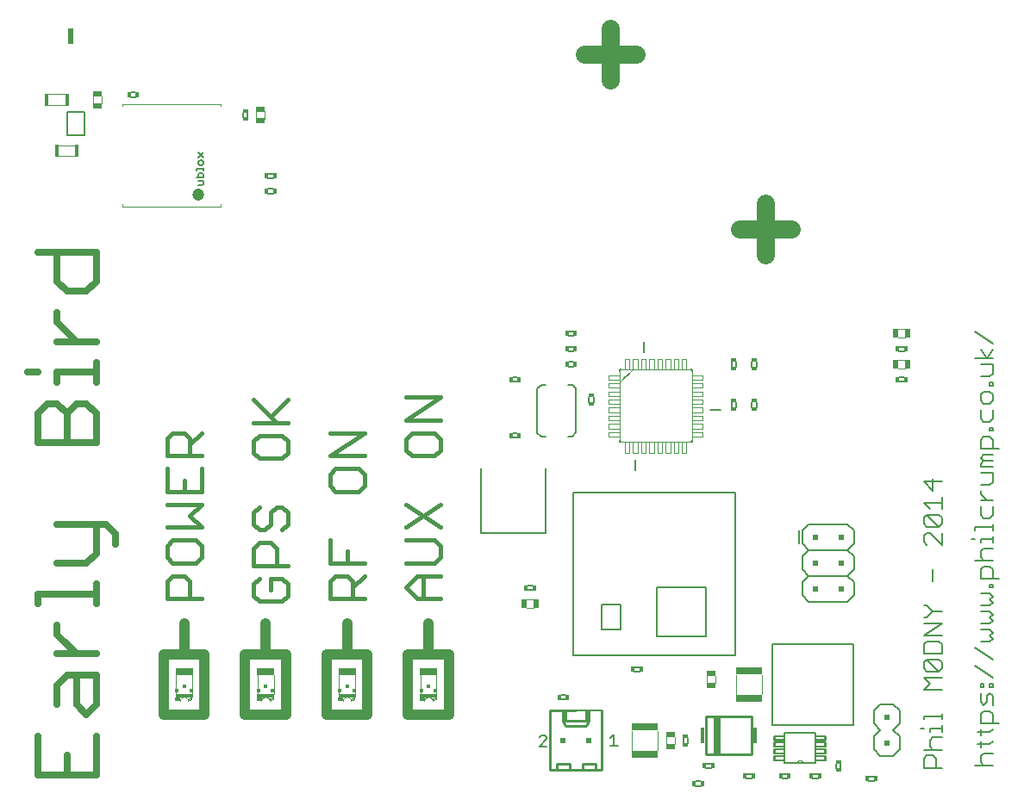
<source format=gto>
G75*
%MOIN*%
%OFA0B0*%
%FSLAX24Y24*%
%IPPOS*%
%LPD*%
%AMOC8*
5,1,8,0,0,1.08239X$1,22.5*
%
%ADD10C,0.0280*%
%ADD11C,0.0170*%
%ADD12C,0.0400*%
%ADD13C,0.0060*%
%ADD14C,0.0000*%
%ADD15R,0.0236X0.0591*%
%ADD16C,0.0080*%
%ADD17C,0.0039*%
%ADD18C,0.0050*%
%ADD19C,0.0472*%
%ADD20C,0.0040*%
%ADD21R,0.0197X0.0049*%
%ADD22R,0.0089X0.0128*%
%ADD23R,0.0049X0.0089*%
%ADD24R,0.0167X0.0049*%
%ADD25R,0.0197X0.0138*%
%ADD26R,0.0236X0.0049*%
%ADD27R,0.0669X0.0118*%
%ADD28R,0.0669X0.0276*%
%ADD29R,0.0128X0.0167*%
%ADD30R,0.0138X0.0138*%
%ADD31R,0.0236X0.0118*%
%ADD32R,0.0118X0.0236*%
%ADD33R,0.0118X0.0472*%
%ADD34R,0.0374X0.0197*%
%ADD35R,0.0197X0.0374*%
%ADD36R,0.1024X0.0295*%
%ADD37C,0.0100*%
%ADD38C,0.0070*%
%ADD39R,0.0200X0.0200*%
%ADD40C,0.0700*%
%ADD41R,0.0165X0.0640*%
%ADD42R,0.0165X0.0630*%
%ADD43R,0.0295X0.1378*%
%ADD44R,0.0295X0.0197*%
D10*
X001607Y001087D02*
X003869Y001087D01*
X003869Y002595D01*
X003492Y003425D02*
X003115Y003802D01*
X003115Y004933D01*
X002738Y004933D02*
X003869Y004933D01*
X003869Y003802D01*
X003492Y003425D01*
X002361Y003802D02*
X002361Y004556D01*
X002738Y004933D01*
X002361Y005764D02*
X003869Y005764D01*
X003115Y005764D02*
X002361Y006518D01*
X002361Y006895D01*
X001607Y007713D02*
X001607Y008090D01*
X003869Y008090D01*
X003869Y007713D02*
X003869Y008467D01*
X003492Y009272D02*
X003869Y009649D01*
X003869Y010780D01*
X004246Y010780D02*
X004623Y010403D01*
X004623Y010026D01*
X004246Y010780D02*
X002361Y010780D01*
X002361Y009272D02*
X003492Y009272D01*
X003869Y013950D02*
X001607Y013950D01*
X001607Y015081D01*
X001984Y015458D01*
X002361Y015458D01*
X002738Y015081D01*
X002738Y013950D01*
X002738Y015081D02*
X003115Y015458D01*
X003492Y015458D01*
X003869Y015081D01*
X003869Y013950D01*
X003869Y016289D02*
X003869Y017043D01*
X003869Y016666D02*
X002361Y016666D01*
X002361Y016289D01*
X001607Y016666D02*
X001230Y016666D01*
X002361Y017848D02*
X003869Y017848D01*
X003115Y017848D02*
X002361Y018602D01*
X002361Y018979D01*
X002738Y019797D02*
X002361Y020174D01*
X002361Y021305D01*
X001607Y021305D02*
X003869Y021305D01*
X003869Y020174D01*
X003492Y019797D01*
X002738Y019797D01*
X001607Y002595D02*
X001607Y001087D01*
X002738Y001087D02*
X002738Y001841D01*
D11*
X006600Y007906D02*
X006600Y008572D01*
X006822Y008794D01*
X007266Y008794D01*
X007488Y008572D01*
X007488Y007906D01*
X007932Y007906D02*
X006600Y007906D01*
X006822Y009288D02*
X007710Y009288D01*
X007932Y009509D01*
X007932Y009953D01*
X007710Y010175D01*
X006822Y010175D01*
X006600Y009953D01*
X006600Y009509D01*
X006822Y009288D01*
X006600Y010669D02*
X007932Y010669D01*
X007488Y011113D01*
X007932Y011556D01*
X006600Y011556D01*
X006600Y012050D02*
X007932Y012050D01*
X007932Y012937D01*
X007932Y013431D02*
X006600Y013431D01*
X006600Y014097D01*
X006822Y014319D01*
X007266Y014319D01*
X007488Y014097D01*
X007488Y013431D01*
X007488Y013875D02*
X007932Y014319D01*
X006600Y012937D02*
X006600Y012050D01*
X007266Y012050D02*
X007266Y012494D01*
X009947Y013553D02*
X010169Y013331D01*
X011056Y013331D01*
X011278Y013553D01*
X011278Y013997D01*
X011056Y014219D01*
X010169Y014219D01*
X009947Y013997D01*
X009947Y013553D01*
X009947Y014712D02*
X011278Y014712D01*
X010834Y014712D02*
X009947Y015600D01*
X010613Y014934D02*
X011278Y015600D01*
X012900Y014319D02*
X014231Y014319D01*
X012900Y013431D01*
X014231Y013431D01*
X014009Y012937D02*
X013122Y012937D01*
X012900Y012716D01*
X012900Y012272D01*
X013122Y012050D01*
X014009Y012050D01*
X014231Y012272D01*
X014231Y012716D01*
X014009Y012937D01*
X015852Y013651D02*
X016074Y013430D01*
X016962Y013430D01*
X017184Y013651D01*
X017184Y014095D01*
X016962Y014317D01*
X016074Y014317D01*
X015852Y014095D01*
X015852Y013651D01*
X015852Y014811D02*
X017184Y015698D01*
X015852Y015698D01*
X015852Y014811D02*
X017184Y014811D01*
X017184Y011555D02*
X015852Y010667D01*
X015852Y010173D02*
X016962Y010173D01*
X017184Y009952D01*
X017184Y009508D01*
X016962Y009286D01*
X015852Y009286D01*
X016296Y008792D02*
X017184Y008792D01*
X016518Y008792D02*
X016518Y007905D01*
X016296Y007905D02*
X015852Y008349D01*
X016296Y008792D01*
X016296Y007905D02*
X017184Y007905D01*
X014231Y007906D02*
X012900Y007906D01*
X012900Y008572D01*
X013122Y008794D01*
X013565Y008794D01*
X013787Y008572D01*
X013787Y007906D01*
X013787Y008350D02*
X014231Y008794D01*
X014231Y009288D02*
X012900Y009288D01*
X012900Y010175D01*
X013565Y009731D02*
X013565Y009288D01*
X011278Y009188D02*
X009947Y009188D01*
X009947Y009853D01*
X010169Y010075D01*
X010613Y010075D01*
X010834Y009853D01*
X010834Y009188D01*
X010613Y008694D02*
X010613Y008250D01*
X010613Y008694D02*
X011056Y008694D01*
X011278Y008472D01*
X011278Y008028D01*
X011056Y007806D01*
X010169Y007806D01*
X009947Y008028D01*
X009947Y008472D01*
X010169Y008694D01*
X010169Y010569D02*
X010391Y010569D01*
X010613Y010791D01*
X010613Y011234D01*
X010834Y011456D01*
X011056Y011456D01*
X011278Y011234D01*
X011278Y010791D01*
X011056Y010569D01*
X010169Y010569D02*
X009947Y010791D01*
X009947Y011234D01*
X010169Y011456D01*
X015852Y011555D02*
X017184Y010667D01*
D12*
X016715Y006944D02*
X016715Y005763D01*
X015928Y005763D01*
X015928Y003400D01*
X017503Y003400D01*
X017503Y005763D01*
X016715Y005763D01*
X014353Y005763D02*
X013566Y005763D01*
X013566Y006944D01*
X013566Y005763D02*
X012778Y005763D01*
X012778Y003400D01*
X014353Y003400D01*
X014353Y005763D01*
X011204Y005763D02*
X011204Y003400D01*
X009629Y003400D01*
X009629Y005763D01*
X010416Y005763D01*
X010416Y006944D01*
X010416Y005763D02*
X011204Y005763D01*
X008054Y005763D02*
X008054Y003400D01*
X006479Y003400D01*
X006479Y005763D01*
X007267Y005763D01*
X007267Y006944D01*
X007267Y005763D02*
X008054Y005763D01*
D13*
X019965Y014139D02*
X020158Y014139D01*
X020158Y014315D02*
X019965Y014315D01*
X019965Y016304D02*
X020158Y016304D01*
X020158Y016481D02*
X019965Y016481D01*
X022131Y016895D02*
X022324Y016895D01*
X022324Y017071D02*
X022131Y017071D01*
X022131Y017485D02*
X022324Y017485D01*
X022324Y017662D02*
X022131Y017662D01*
X022131Y018076D02*
X022324Y018076D01*
X022324Y018252D02*
X022131Y018252D01*
X024107Y016769D02*
X024107Y016699D01*
X024107Y016769D02*
X024177Y016769D01*
X024467Y016619D02*
X024257Y016409D01*
X023103Y015702D02*
X023103Y015509D01*
X022926Y015509D02*
X022926Y015702D01*
X024107Y014039D02*
X024107Y013969D01*
X024177Y013969D01*
X024707Y013279D02*
X024707Y012879D01*
X026837Y013969D02*
X026907Y013969D01*
X026907Y014039D01*
X027607Y015219D02*
X028007Y015219D01*
X028438Y015312D02*
X028438Y015505D01*
X028615Y015505D02*
X028615Y015312D01*
X029226Y015312D02*
X029226Y015505D01*
X029402Y015505D02*
X029402Y015312D01*
X029402Y016887D02*
X029402Y017080D01*
X029226Y017080D02*
X029226Y016887D01*
X028615Y016887D02*
X028615Y017080D01*
X028438Y017080D02*
X028438Y016887D01*
X026907Y016769D02*
X026907Y016699D01*
X026907Y016769D02*
X026837Y016769D01*
X025037Y017459D02*
X025037Y017859D01*
X034926Y017662D02*
X035119Y017662D01*
X035119Y017485D02*
X034926Y017485D01*
X034926Y016481D02*
X035119Y016481D01*
X035119Y016304D02*
X034926Y016304D01*
X037835Y017207D02*
X038536Y017207D01*
X038536Y016975D02*
X038069Y016975D01*
X038302Y017207D02*
X038069Y017558D01*
X038302Y017207D02*
X038536Y017558D01*
X038536Y017790D02*
X037835Y018258D01*
X038536Y016975D02*
X038536Y016624D01*
X038419Y016508D01*
X038069Y016508D01*
X038419Y016274D02*
X038536Y016274D01*
X038536Y016158D01*
X038419Y016158D01*
X038419Y016274D01*
X038419Y015925D02*
X038186Y015925D01*
X038069Y015808D01*
X038069Y015575D01*
X038186Y015458D01*
X038419Y015458D01*
X038536Y015575D01*
X038536Y015808D01*
X038419Y015925D01*
X038536Y015225D02*
X038536Y014875D01*
X038419Y014758D01*
X038186Y014758D01*
X038069Y014875D01*
X038069Y015225D01*
X038419Y014525D02*
X038536Y014525D01*
X038536Y014408D01*
X038419Y014408D01*
X038419Y014525D01*
X038419Y014175D02*
X038536Y014059D01*
X038536Y013708D01*
X038536Y013476D02*
X038186Y013476D01*
X038069Y013359D01*
X038186Y013242D01*
X038536Y013242D01*
X038536Y013009D02*
X038069Y013009D01*
X038069Y013125D01*
X038186Y013242D01*
X038069Y012776D02*
X038536Y012776D01*
X038536Y012426D01*
X038419Y012309D01*
X038069Y012309D01*
X038069Y012076D02*
X038069Y011959D01*
X038302Y011726D01*
X038069Y011726D02*
X038536Y011726D01*
X038536Y011493D02*
X038536Y011143D01*
X038419Y011026D01*
X038186Y011026D01*
X038069Y011143D01*
X038069Y011493D01*
X038536Y010793D02*
X038536Y010559D01*
X038536Y010676D02*
X037835Y010676D01*
X037835Y010559D01*
X037835Y010209D02*
X037718Y010209D01*
X038069Y010209D02*
X038536Y010209D01*
X038536Y010093D02*
X038536Y010326D01*
X038536Y009860D02*
X038186Y009860D01*
X038069Y009743D01*
X038069Y009510D01*
X038186Y009393D01*
X038186Y009160D02*
X038419Y009160D01*
X038536Y009043D01*
X038536Y008693D01*
X038536Y008460D02*
X038536Y008343D01*
X038419Y008343D01*
X038419Y008460D01*
X038536Y008460D01*
X038769Y008693D02*
X038069Y008693D01*
X038069Y009043D01*
X038186Y009160D01*
X038536Y009393D02*
X037835Y009393D01*
X038069Y010093D02*
X038069Y010209D01*
X036567Y009994D02*
X036100Y010461D01*
X035983Y010461D01*
X035867Y010345D01*
X035867Y010111D01*
X035983Y009994D01*
X036567Y009994D02*
X036567Y010461D01*
X036451Y010694D02*
X035983Y011161D01*
X036451Y011161D01*
X036567Y011044D01*
X036567Y010811D01*
X036451Y010694D01*
X035983Y010694D01*
X035867Y010811D01*
X035867Y011044D01*
X035983Y011161D01*
X036100Y011394D02*
X035867Y011627D01*
X036567Y011627D01*
X036567Y011394D02*
X036567Y011861D01*
X036217Y012094D02*
X036217Y012561D01*
X035867Y012444D02*
X036217Y012094D01*
X036567Y012444D02*
X035867Y012444D01*
X038069Y013708D02*
X038069Y014059D01*
X038186Y014175D01*
X038419Y014175D01*
X038769Y013708D02*
X038069Y013708D01*
X036217Y009062D02*
X036217Y008595D01*
X035983Y007662D02*
X035867Y007662D01*
X035983Y007662D02*
X036217Y007429D01*
X036567Y007429D01*
X036217Y007429D02*
X035983Y007195D01*
X035867Y007195D01*
X035867Y006962D02*
X036567Y006962D01*
X035867Y006495D01*
X036567Y006495D01*
X036451Y006263D02*
X035983Y006263D01*
X035867Y006146D01*
X035867Y005796D01*
X036567Y005796D01*
X036567Y006146D01*
X036451Y006263D01*
X036451Y005563D02*
X035983Y005563D01*
X036451Y005096D01*
X036567Y005212D01*
X036567Y005446D01*
X036451Y005563D01*
X035983Y005563D02*
X035867Y005446D01*
X035867Y005212D01*
X035983Y005096D01*
X036451Y005096D01*
X036567Y004863D02*
X035867Y004863D01*
X036100Y004629D01*
X035867Y004396D01*
X036567Y004396D01*
X036567Y003463D02*
X036567Y003230D01*
X036567Y003346D02*
X035867Y003346D01*
X035867Y003230D01*
X035867Y002880D02*
X035750Y002880D01*
X036100Y002880D02*
X036567Y002880D01*
X036567Y002763D02*
X036567Y002997D01*
X036567Y002530D02*
X036217Y002530D01*
X036100Y002414D01*
X036100Y002180D01*
X036217Y002063D01*
X036217Y001831D02*
X035983Y001831D01*
X035867Y001714D01*
X035867Y001363D01*
X036567Y001363D01*
X036334Y001363D02*
X036334Y001714D01*
X036217Y001831D01*
X035867Y002063D02*
X036567Y002063D01*
X036100Y002763D02*
X036100Y002880D01*
X037952Y002745D02*
X038419Y002745D01*
X038536Y002862D01*
X038536Y003095D02*
X038536Y003445D01*
X038419Y003562D01*
X038186Y003562D01*
X038069Y003445D01*
X038069Y003095D01*
X038769Y003095D01*
X038536Y003795D02*
X038536Y004145D01*
X038419Y004262D01*
X038302Y004145D01*
X038302Y003911D01*
X038186Y003795D01*
X038069Y003911D01*
X038069Y004262D01*
X038069Y004494D02*
X038186Y004494D01*
X038186Y004611D01*
X038069Y004611D01*
X038069Y004494D01*
X038419Y004494D02*
X038419Y004611D01*
X038536Y004611D01*
X038536Y004494D01*
X038419Y004494D01*
X038536Y004844D02*
X037835Y005311D01*
X037835Y006011D02*
X038536Y005544D01*
X038419Y006244D02*
X038069Y006244D01*
X038419Y006244D02*
X038536Y006361D01*
X038419Y006477D01*
X038536Y006594D01*
X038419Y006711D01*
X038069Y006711D01*
X038069Y006944D02*
X038419Y006944D01*
X038536Y007060D01*
X038419Y007177D01*
X038536Y007294D01*
X038419Y007411D01*
X038069Y007411D01*
X038069Y007643D02*
X038419Y007643D01*
X038536Y007760D01*
X038419Y007877D01*
X038536Y007994D01*
X038419Y008110D01*
X038069Y008110D01*
X038069Y002862D02*
X038069Y002628D01*
X038069Y002395D02*
X038069Y002162D01*
X037952Y002278D02*
X038419Y002278D01*
X038536Y002395D01*
X038536Y001929D02*
X038186Y001929D01*
X038069Y001812D01*
X038069Y001579D01*
X038186Y001462D01*
X038536Y001462D02*
X037835Y001462D01*
X033938Y001028D02*
X033745Y001028D01*
X033745Y000852D02*
X033938Y000852D01*
X032650Y001335D02*
X032650Y001528D01*
X032474Y001528D02*
X032474Y001335D01*
X032076Y001661D02*
X032076Y001811D01*
X031676Y001811D01*
X031676Y001661D01*
X031676Y001531D01*
X031206Y001531D01*
X030966Y001531D01*
X031206Y001531D01*
X031536Y001531D01*
X031626Y001531D01*
X031676Y001661D02*
X032046Y001661D01*
X032076Y001661D01*
X032046Y001661D02*
X032046Y001821D01*
X031676Y001821D01*
X031676Y001811D01*
X031676Y001821D02*
X031676Y001911D01*
X031676Y002071D01*
X031676Y002171D01*
X031676Y002331D01*
X031676Y002421D01*
X032046Y002421D01*
X032046Y002581D01*
X032076Y002581D01*
X032076Y002431D01*
X031676Y002431D01*
X031676Y002581D01*
X031676Y002711D01*
X030496Y002711D01*
X030496Y002581D01*
X030496Y002431D01*
X030096Y002431D01*
X030096Y002581D01*
X030126Y002581D01*
X030126Y002421D01*
X030496Y002421D01*
X030496Y001821D01*
X030496Y001911D01*
X030496Y002071D01*
X030496Y002171D01*
X030496Y002331D01*
X030496Y002421D01*
X030496Y002431D01*
X030496Y002331D02*
X030126Y002331D01*
X030096Y002331D01*
X030096Y002171D01*
X030126Y002171D01*
X030496Y002171D01*
X030496Y002071D02*
X030126Y002071D01*
X030096Y002071D01*
X030096Y001911D01*
X030126Y001911D01*
X030496Y001911D01*
X030496Y001821D02*
X030126Y001821D01*
X030126Y001661D01*
X030096Y001661D01*
X030096Y001811D01*
X030496Y001811D01*
X030496Y001661D01*
X030496Y001531D01*
X030966Y001531D01*
X030636Y001531D01*
X030546Y001531D01*
X030496Y001661D02*
X030126Y001661D01*
X030126Y001911D02*
X030126Y002071D01*
X030126Y002171D02*
X030126Y002331D01*
X030126Y002581D02*
X030496Y002581D01*
X030546Y002711D02*
X031626Y002711D01*
X031536Y002711D02*
X030636Y002711D01*
X031676Y002581D02*
X032046Y002581D01*
X032046Y002331D02*
X032076Y002331D01*
X032076Y002171D01*
X032046Y002171D01*
X032046Y002331D01*
X031676Y002331D01*
X031676Y002421D02*
X031676Y002431D01*
X031676Y002171D02*
X031676Y002071D01*
X032046Y002071D01*
X032076Y002071D01*
X032076Y001911D01*
X032046Y001911D01*
X032046Y002071D01*
X032046Y002171D02*
X031676Y002171D01*
X031676Y001911D02*
X032046Y001911D01*
X031773Y001126D02*
X031580Y001126D01*
X031580Y000950D02*
X031773Y000950D01*
X030591Y000950D02*
X030399Y000950D01*
X030399Y001126D02*
X030591Y001126D01*
X030496Y001811D02*
X030496Y001821D01*
X029213Y001126D02*
X029021Y001126D01*
X029021Y000950D02*
X029213Y000950D01*
X027639Y001344D02*
X027446Y001344D01*
X027446Y001520D02*
X027639Y001520D01*
X027245Y000831D02*
X027052Y000831D01*
X027052Y000655D02*
X027245Y000655D01*
X026745Y002320D02*
X026745Y002513D01*
X026568Y002513D02*
X026568Y002320D01*
X024883Y005084D02*
X024690Y005084D01*
X024690Y005260D02*
X024883Y005260D01*
X022028Y004178D02*
X021836Y004178D01*
X021836Y004001D02*
X022028Y004001D01*
X020749Y008233D02*
X020556Y008233D01*
X020556Y008410D02*
X020749Y008410D01*
X010710Y023588D02*
X010517Y023588D01*
X010517Y023764D02*
X010710Y023764D01*
X010710Y024178D02*
X010517Y024178D01*
X010517Y024355D02*
X010710Y024355D01*
X009717Y026532D02*
X009717Y026725D01*
X009541Y026725D02*
X009541Y026532D01*
X005395Y027328D02*
X005202Y027328D01*
X005202Y027504D02*
X005395Y027504D01*
D14*
X023687Y016559D02*
X023687Y016379D01*
X024107Y016379D01*
X024107Y016559D01*
X023687Y016559D01*
X023687Y016249D02*
X023687Y016069D01*
X024107Y016069D01*
X024107Y016249D01*
X023687Y016249D01*
X023687Y015929D02*
X023687Y015749D01*
X024107Y015749D01*
X024107Y015929D01*
X023687Y015929D01*
X023687Y015619D02*
X023687Y015439D01*
X024107Y015439D01*
X024107Y015619D01*
X023687Y015619D01*
X023687Y015299D02*
X023687Y015119D01*
X024107Y015119D01*
X024107Y015299D01*
X023687Y015299D01*
X023687Y014989D02*
X023687Y014809D01*
X024107Y014809D01*
X024107Y014989D01*
X023687Y014989D01*
X023687Y014669D02*
X023687Y014489D01*
X024107Y014489D01*
X024107Y014669D01*
X023687Y014669D01*
X023687Y014359D02*
X023687Y014179D01*
X024107Y014179D01*
X024107Y014359D01*
X023687Y014359D01*
X024107Y013969D02*
X024107Y016769D01*
X026907Y016769D01*
X026907Y013969D01*
X024107Y013969D01*
X024317Y013969D02*
X024317Y013549D01*
X024497Y013549D01*
X024497Y013969D01*
X024317Y013969D01*
X024627Y013969D02*
X024627Y013549D01*
X024807Y013549D01*
X024807Y013969D01*
X024627Y013969D01*
X024947Y013969D02*
X024947Y013549D01*
X025127Y013549D01*
X025127Y013969D01*
X024947Y013969D01*
X025257Y013969D02*
X025257Y013549D01*
X025437Y013549D01*
X025437Y013969D01*
X025257Y013969D01*
X025577Y013969D02*
X025577Y013549D01*
X025757Y013549D01*
X025757Y013969D01*
X025577Y013969D01*
X025887Y013969D02*
X025887Y013549D01*
X026067Y013549D01*
X026067Y013969D01*
X025887Y013969D01*
X026207Y013969D02*
X026207Y013549D01*
X026387Y013549D01*
X026387Y013969D01*
X026207Y013969D01*
X026517Y013969D02*
X026517Y013549D01*
X026697Y013549D01*
X026697Y013969D01*
X026517Y013969D01*
X026907Y014179D02*
X026907Y014359D01*
X027327Y014359D01*
X027327Y014179D01*
X026907Y014179D01*
X026907Y014489D02*
X027327Y014489D01*
X027327Y014669D01*
X026907Y014669D01*
X026907Y014489D01*
X026907Y014809D02*
X027327Y014809D01*
X027327Y014989D01*
X026907Y014989D01*
X026907Y014809D01*
X026907Y015119D02*
X027327Y015119D01*
X027327Y015299D01*
X026907Y015299D01*
X026907Y015119D01*
X026907Y015439D02*
X027327Y015439D01*
X027327Y015619D01*
X026907Y015619D01*
X026907Y015439D01*
X026907Y015749D02*
X027327Y015749D01*
X027327Y015929D01*
X026907Y015929D01*
X026907Y015749D01*
X026907Y016069D02*
X027327Y016069D01*
X027327Y016249D01*
X026907Y016249D01*
X026907Y016069D01*
X026907Y016379D02*
X027327Y016379D01*
X027327Y016559D01*
X026907Y016559D01*
X026907Y016379D01*
X026697Y016769D02*
X026517Y016769D01*
X026517Y017189D01*
X026697Y017189D01*
X026697Y016769D01*
X026387Y016769D02*
X026387Y017189D01*
X026207Y017189D01*
X026207Y016769D01*
X026387Y016769D01*
X026067Y016769D02*
X026067Y017189D01*
X025887Y017189D01*
X025887Y016769D01*
X026067Y016769D01*
X025757Y016769D02*
X025757Y017189D01*
X025577Y017189D01*
X025577Y016769D01*
X025757Y016769D01*
X025437Y016769D02*
X025437Y017189D01*
X025257Y017189D01*
X025257Y016769D01*
X025437Y016769D01*
X025127Y016769D02*
X025127Y017189D01*
X024947Y017189D01*
X024947Y016769D01*
X025127Y016769D01*
X024807Y016769D02*
X024807Y017189D01*
X024627Y017189D01*
X024627Y016769D01*
X024807Y016769D01*
X024607Y016769D02*
X024107Y016269D01*
X024317Y016769D02*
X024317Y017189D01*
X024497Y017189D01*
X024497Y016769D01*
X024317Y016769D01*
X030966Y001531D02*
X030968Y001552D01*
X030973Y001572D01*
X030982Y001591D01*
X030994Y001608D01*
X031009Y001623D01*
X031026Y001635D01*
X031045Y001644D01*
X031065Y001649D01*
X031086Y001651D01*
X031107Y001649D01*
X031127Y001644D01*
X031146Y001635D01*
X031163Y001623D01*
X031178Y001608D01*
X031190Y001591D01*
X031199Y001572D01*
X031204Y001552D01*
X031206Y001531D01*
X031204Y001552D01*
X031199Y001572D01*
X031190Y001591D01*
X031178Y001608D01*
X031163Y001623D01*
X031146Y001635D01*
X031127Y001644D01*
X031107Y001649D01*
X031086Y001651D01*
X031065Y001649D01*
X031045Y001644D01*
X031026Y001635D01*
X031009Y001623D01*
X030994Y001608D01*
X030982Y001591D01*
X030973Y001572D01*
X030968Y001552D01*
X030966Y001531D01*
X030968Y001552D01*
X030973Y001572D01*
X030982Y001591D01*
X030994Y001608D01*
X031009Y001623D01*
X031026Y001635D01*
X031045Y001644D01*
X031065Y001649D01*
X031086Y001651D01*
X031107Y001649D01*
X031127Y001644D01*
X031146Y001635D01*
X031163Y001623D01*
X031178Y001608D01*
X031190Y001591D01*
X031199Y001572D01*
X031204Y001552D01*
X031206Y001531D01*
X031204Y001552D01*
X031199Y001572D01*
X031190Y001591D01*
X031178Y001608D01*
X031163Y001623D01*
X031146Y001635D01*
X031127Y001644D01*
X031107Y001649D01*
X031086Y001651D01*
X031065Y001649D01*
X031045Y001644D01*
X031026Y001635D01*
X031009Y001623D01*
X030994Y001608D01*
X030982Y001591D01*
X030973Y001572D01*
X030968Y001552D01*
X030966Y001531D01*
D15*
X002885Y029694D03*
D16*
X018731Y012959D02*
X018731Y010440D01*
X018849Y010440D01*
X021133Y010440D01*
X021251Y010440D01*
X021251Y012959D01*
X022298Y012022D02*
X022298Y005723D01*
X028597Y005723D01*
X028597Y012022D01*
X022298Y012022D01*
X025554Y008341D02*
X027432Y008341D01*
X027432Y006463D01*
X025554Y006463D01*
X025554Y008341D01*
X024160Y007692D02*
X023400Y007692D01*
X023400Y006723D01*
X024160Y006723D01*
X024160Y007692D01*
X031176Y008040D02*
X031176Y008540D01*
X031426Y008790D01*
X032926Y008790D01*
X033176Y008540D01*
X033176Y008040D01*
X032926Y007790D01*
X031426Y007790D01*
X031176Y008040D01*
X031426Y008790D02*
X031176Y009040D01*
X031176Y009540D01*
X031426Y009790D01*
X032926Y009790D01*
X033176Y009540D01*
X033176Y009040D01*
X032926Y008790D01*
X032926Y009790D02*
X033176Y010040D01*
X033176Y010540D01*
X032926Y010790D01*
X031426Y010790D01*
X031176Y010540D01*
X031176Y010040D01*
X031426Y009790D01*
X031044Y010040D02*
X031044Y010540D01*
X034182Y003818D02*
X033932Y003568D01*
X033932Y003068D01*
X034182Y002818D01*
X033932Y002568D01*
X033932Y002068D01*
X034182Y001818D01*
X034682Y001818D01*
X034932Y002068D01*
X034932Y002568D01*
X034682Y002818D01*
X034932Y003068D01*
X034932Y003568D01*
X034682Y003818D01*
X034182Y003818D01*
D17*
X008692Y023078D02*
X008692Y023176D01*
X008692Y023078D02*
X004873Y023078D01*
X004873Y023176D01*
X004873Y026995D02*
X004873Y027054D01*
X008692Y027054D01*
X008692Y026995D01*
D18*
X008001Y025168D02*
X007821Y024988D01*
X007866Y024873D02*
X007821Y024828D01*
X007821Y024738D01*
X007866Y024693D01*
X007956Y024693D01*
X008001Y024738D01*
X008001Y024828D01*
X007956Y024873D01*
X007866Y024873D01*
X008001Y024988D02*
X007821Y025168D01*
X008001Y024587D02*
X008001Y024496D01*
X008001Y024542D02*
X007731Y024542D01*
X007731Y024496D01*
X007866Y024382D02*
X007821Y024337D01*
X007821Y024202D01*
X007731Y024202D02*
X008001Y024202D01*
X008001Y024337D01*
X007956Y024382D01*
X007866Y024382D01*
X007821Y024087D02*
X008001Y024087D01*
X008001Y023952D01*
X007956Y023907D01*
X007821Y023907D01*
X003408Y025841D02*
X003408Y026747D01*
X002739Y026747D01*
X002739Y025841D01*
X003408Y025841D01*
X020928Y016038D02*
X020928Y014306D01*
X021086Y014188D01*
X021243Y014188D01*
X022109Y014188D02*
X022267Y014188D01*
X022424Y014345D01*
X022424Y016038D01*
X022267Y016196D01*
X022109Y016196D01*
X021243Y016196D02*
X021125Y016196D01*
X020928Y016038D01*
X030003Y006156D02*
X033152Y006156D01*
X033152Y003007D01*
X030003Y003007D01*
X030003Y006156D01*
X023424Y003566D02*
X022424Y003566D01*
X022024Y003566D02*
X021924Y003566D01*
X021924Y003416D01*
X021674Y001266D02*
X021524Y001266D01*
X022424Y001266D02*
X022674Y001266D01*
X023174Y001266D02*
X023424Y001266D01*
D19*
X007826Y023550D03*
D20*
X010049Y026489D02*
X010049Y026769D01*
X010384Y026769D02*
X010384Y026489D01*
X004085Y027079D02*
X004085Y027359D01*
X003750Y027359D02*
X003750Y027079D01*
X002686Y027007D02*
X002005Y027007D01*
X002005Y027437D02*
X002686Y027437D01*
X002399Y025463D02*
X003079Y025463D01*
X003079Y025033D02*
X002399Y025033D01*
X020512Y007896D02*
X020793Y007896D01*
X020793Y007561D02*
X020512Y007561D01*
X017030Y004956D02*
X017030Y004207D01*
X016893Y004020D02*
X016895Y004032D01*
X016900Y004043D01*
X016909Y004052D01*
X016920Y004057D01*
X016932Y004059D01*
X016944Y004057D01*
X016955Y004052D01*
X016964Y004043D01*
X016969Y004032D01*
X016971Y004020D01*
X016969Y004008D01*
X016964Y003997D01*
X016955Y003988D01*
X016944Y003983D01*
X016932Y003981D01*
X016920Y003983D01*
X016909Y003988D01*
X016900Y003997D01*
X016895Y004008D01*
X016893Y004020D01*
X016873Y003951D02*
X016869Y003975D01*
X016863Y003997D01*
X016852Y004019D01*
X016839Y004039D01*
X016823Y004056D01*
X016805Y004071D01*
X016784Y004083D01*
X016762Y004092D01*
X016739Y004097D01*
X016715Y004099D01*
X016691Y004097D01*
X016668Y004092D01*
X016646Y004083D01*
X016625Y004071D01*
X016607Y004056D01*
X016591Y004039D01*
X016578Y004019D01*
X016567Y003997D01*
X016561Y003975D01*
X016557Y003951D01*
X016400Y004207D02*
X016400Y004956D01*
X013881Y004956D02*
X013881Y004207D01*
X013743Y004020D02*
X013745Y004032D01*
X013750Y004043D01*
X013759Y004052D01*
X013770Y004057D01*
X013782Y004059D01*
X013794Y004057D01*
X013805Y004052D01*
X013814Y004043D01*
X013819Y004032D01*
X013821Y004020D01*
X013819Y004008D01*
X013814Y003997D01*
X013805Y003988D01*
X013794Y003983D01*
X013782Y003981D01*
X013770Y003983D01*
X013759Y003988D01*
X013750Y003997D01*
X013745Y004008D01*
X013743Y004020D01*
X013724Y003951D02*
X013720Y003975D01*
X013714Y003997D01*
X013703Y004019D01*
X013690Y004039D01*
X013674Y004056D01*
X013656Y004071D01*
X013635Y004083D01*
X013613Y004092D01*
X013590Y004097D01*
X013566Y004099D01*
X013542Y004097D01*
X013519Y004092D01*
X013497Y004083D01*
X013476Y004071D01*
X013458Y004056D01*
X013442Y004039D01*
X013429Y004019D01*
X013418Y003997D01*
X013412Y003975D01*
X013408Y003951D01*
X013251Y004207D02*
X013251Y004956D01*
X010731Y004956D02*
X010731Y004207D01*
X010594Y004020D02*
X010596Y004032D01*
X010601Y004043D01*
X010610Y004052D01*
X010621Y004057D01*
X010633Y004059D01*
X010645Y004057D01*
X010656Y004052D01*
X010665Y004043D01*
X010670Y004032D01*
X010672Y004020D01*
X010670Y004008D01*
X010665Y003997D01*
X010656Y003988D01*
X010645Y003983D01*
X010633Y003981D01*
X010621Y003983D01*
X010610Y003988D01*
X010601Y003997D01*
X010596Y004008D01*
X010594Y004020D01*
X010574Y003951D02*
X010570Y003975D01*
X010564Y003997D01*
X010553Y004019D01*
X010540Y004039D01*
X010524Y004056D01*
X010506Y004071D01*
X010485Y004083D01*
X010463Y004092D01*
X010440Y004097D01*
X010416Y004099D01*
X010392Y004097D01*
X010369Y004092D01*
X010347Y004083D01*
X010326Y004071D01*
X010308Y004056D01*
X010292Y004039D01*
X010279Y004019D01*
X010268Y003997D01*
X010262Y003975D01*
X010258Y003951D01*
X010101Y004207D02*
X010101Y004956D01*
X007582Y004956D02*
X007582Y004207D01*
X007444Y004020D02*
X007446Y004032D01*
X007451Y004043D01*
X007460Y004052D01*
X007471Y004057D01*
X007483Y004059D01*
X007495Y004057D01*
X007506Y004052D01*
X007515Y004043D01*
X007520Y004032D01*
X007522Y004020D01*
X007520Y004008D01*
X007515Y003997D01*
X007506Y003988D01*
X007495Y003983D01*
X007483Y003981D01*
X007471Y003983D01*
X007460Y003988D01*
X007451Y003997D01*
X007446Y004008D01*
X007444Y004020D01*
X007425Y003951D02*
X007421Y003975D01*
X007415Y003997D01*
X007404Y004019D01*
X007391Y004039D01*
X007375Y004056D01*
X007357Y004071D01*
X007336Y004083D01*
X007314Y004092D01*
X007291Y004097D01*
X007267Y004099D01*
X007243Y004097D01*
X007220Y004092D01*
X007198Y004083D01*
X007177Y004071D01*
X007159Y004056D01*
X007143Y004039D01*
X007130Y004019D01*
X007119Y003997D01*
X007113Y003975D01*
X007109Y003951D01*
X006952Y004207D02*
X006952Y004956D01*
X024592Y002796D02*
X024592Y002036D01*
X025572Y002036D02*
X025572Y002796D01*
X025901Y002556D02*
X025901Y002276D01*
X026236Y002276D02*
X026236Y002556D01*
X028627Y004201D02*
X028627Y004961D01*
X029607Y004961D02*
X029607Y004201D01*
X027811Y004638D02*
X027811Y004919D01*
X027476Y004919D02*
X027476Y004638D01*
X034882Y016818D02*
X035163Y016818D01*
X035163Y017153D02*
X034882Y017153D01*
X034882Y017999D02*
X035163Y017999D01*
X035163Y018334D02*
X034882Y018334D01*
D21*
X016952Y003956D03*
X013802Y003956D03*
X010652Y003956D03*
X007503Y003956D03*
D22*
X007557Y004035D03*
X010707Y004035D03*
X013856Y004035D03*
X017006Y004035D03*
D23*
X016868Y004055D03*
X013718Y004055D03*
X010569Y004055D03*
X007419Y004055D03*
D24*
X007439Y004075D03*
X010588Y004075D03*
X013738Y004075D03*
X016888Y004075D03*
D25*
X016479Y004001D03*
X013330Y004001D03*
X010180Y004001D03*
X007030Y004001D03*
D26*
X007050Y004075D03*
X010200Y004075D03*
X013349Y004075D03*
X016499Y004075D03*
D27*
X016715Y004148D03*
X013566Y004148D03*
X010416Y004148D03*
X007267Y004148D03*
D28*
X007267Y005093D03*
X010416Y005093D03*
X013566Y005093D03*
X016715Y005093D03*
D29*
X016445Y004360D03*
X016986Y004360D03*
X013836Y004360D03*
X013295Y004360D03*
X010687Y004360D03*
X010146Y004360D03*
X007537Y004360D03*
X006996Y004360D03*
D30*
X007267Y004513D03*
X010416Y004513D03*
X013566Y004513D03*
X016715Y004513D03*
D31*
X026654Y002575D03*
X026654Y002255D03*
X032564Y001593D03*
X032564Y001273D03*
X029312Y015247D03*
X029312Y015567D03*
X028528Y015569D03*
X028528Y015249D03*
X028528Y016824D03*
X028528Y017144D03*
X029312Y017142D03*
X029312Y016822D03*
X023013Y015764D03*
X023013Y015444D03*
X009631Y026470D03*
X009631Y026790D03*
D32*
X010454Y024265D03*
X010774Y024265D03*
X010774Y023674D03*
X010454Y023674D03*
X005457Y027418D03*
X005137Y027418D03*
X019901Y016394D03*
X020221Y016394D03*
X022066Y016985D03*
X022386Y016985D03*
X022386Y017576D03*
X022066Y017576D03*
X022066Y018166D03*
X022386Y018166D03*
X020221Y014229D03*
X019901Y014229D03*
X020491Y008324D03*
X020811Y008324D03*
X024625Y005174D03*
X024945Y005174D03*
X022091Y004091D03*
X021771Y004091D03*
X026989Y000741D03*
X027309Y000741D03*
X027381Y001434D03*
X027701Y001434D03*
X028956Y001040D03*
X029276Y001040D03*
X030336Y001036D03*
X030656Y001036D03*
X031517Y001036D03*
X031837Y001036D03*
X033682Y000938D03*
X034002Y000938D03*
X034863Y016391D03*
X035183Y016391D03*
X035183Y017572D03*
X034863Y017572D03*
D33*
X003128Y025247D03*
X002348Y025247D03*
X002736Y027223D03*
X001956Y027223D03*
D34*
X003918Y027448D03*
X003918Y026988D03*
X010217Y026857D03*
X010217Y026397D03*
X027643Y005010D03*
X027643Y004550D03*
X026068Y002648D03*
X026068Y002188D03*
D35*
X020884Y007729D03*
X020424Y007729D03*
X034791Y016985D03*
X035251Y016985D03*
X035251Y018166D03*
X034791Y018166D03*
D36*
X029119Y005104D03*
X029115Y004059D03*
X025083Y002938D03*
X025080Y001894D03*
D37*
X023424Y002416D02*
X023424Y001266D01*
X023174Y001266D01*
X023174Y001516D01*
X022674Y001516D01*
X022674Y001266D01*
X022174Y001266D01*
X022174Y001516D01*
X021674Y001516D01*
X021674Y001266D01*
X021424Y001266D01*
X022424Y001266D01*
X022674Y001266D02*
X023174Y001266D01*
X023424Y002416D02*
X023424Y003566D01*
X022924Y003566D02*
X022924Y003166D01*
X022824Y002966D01*
X022024Y002966D01*
X021924Y003166D01*
X022024Y003166D01*
X022024Y003566D01*
X021924Y003566D02*
X021924Y003166D01*
X022024Y003166D02*
X022824Y003166D01*
X022824Y003566D01*
X022424Y003566D02*
X021924Y003566D01*
X021424Y003566D01*
X021424Y002416D01*
X021424Y001266D01*
X022824Y003166D02*
X022924Y003166D01*
X027444Y003105D02*
X027444Y002121D01*
X027444Y001894D01*
X029215Y001894D01*
X029215Y002121D02*
X029215Y003105D01*
X029215Y003331D01*
X027444Y003331D01*
X027444Y003105D01*
X029216Y002121D02*
X029215Y002008D01*
X029216Y001895D01*
D38*
X024035Y002211D02*
X023749Y002211D01*
X023892Y002211D02*
X023892Y002641D01*
X023749Y002497D01*
X021285Y002467D02*
X021285Y002539D01*
X021214Y002611D01*
X021070Y002611D01*
X020999Y002539D01*
X021285Y002467D02*
X020999Y002181D01*
X021285Y002181D01*
D39*
X021924Y002416D03*
X022924Y002416D03*
X031676Y008290D03*
X032676Y008290D03*
X032676Y009290D03*
X031676Y009290D03*
X031676Y010290D03*
X032676Y010290D03*
X034432Y003318D03*
X034432Y002318D03*
D40*
X029755Y021200D02*
X029755Y023200D01*
X028755Y022200D02*
X030755Y022200D01*
X023755Y027991D02*
X023755Y029991D01*
X024755Y028991D02*
X022755Y028991D01*
D41*
X029349Y002608D03*
D42*
X027310Y002613D03*
D43*
X027887Y002613D03*
D44*
X027887Y003204D03*
X027887Y002022D03*
M02*

</source>
